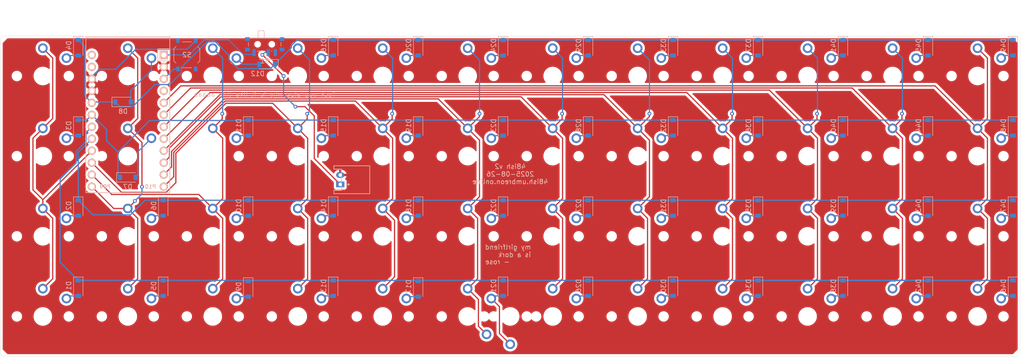
<source format=kicad_pcb>
(kicad_pcb
	(version 20241229)
	(generator "pcbnew")
	(generator_version "9.0")
	(general
		(thickness 1.6)
		(legacy_teardrops no)
	)
	(paper "A3")
	(title_block
		(title "plank")
		(rev "v1.0.0")
		(company "Unknown")
	)
	(layers
		(0 "F.Cu" signal)
		(2 "B.Cu" signal)
		(9 "F.Adhes" user "F.Adhesive")
		(11 "B.Adhes" user "B.Adhesive")
		(13 "F.Paste" user)
		(15 "B.Paste" user)
		(5 "F.SilkS" user "F.Silkscreen")
		(7 "B.SilkS" user "B.Silkscreen")
		(1 "F.Mask" user)
		(3 "B.Mask" user)
		(17 "Dwgs.User" user "User.Drawings")
		(19 "Cmts.User" user "User.Comments")
		(21 "Eco1.User" user "User.Eco1")
		(23 "Eco2.User" user "User.Eco2")
		(25 "Edge.Cuts" user)
		(27 "Margin" user)
		(31 "F.CrtYd" user "F.Courtyard")
		(29 "B.CrtYd" user "B.Courtyard")
		(35 "F.Fab" user)
		(33 "B.Fab" user)
	)
	(setup
		(pad_to_mask_clearance 0)
		(allow_soldermask_bridges_in_footprints no)
		(tenting front back)
		(pcbplotparams
			(layerselection 0x00000000_00000000_55555555_5755f5ff)
			(plot_on_all_layers_selection 0x00000000_00000000_00000000_00000000)
			(disableapertmacros no)
			(usegerberextensions no)
			(usegerberattributes yes)
			(usegerberadvancedattributes yes)
			(creategerberjobfile yes)
			(dashed_line_dash_ratio 12.000000)
			(dashed_line_gap_ratio 3.000000)
			(svgprecision 4)
			(plotframeref no)
			(mode 1)
			(useauxorigin no)
			(hpglpennumber 1)
			(hpglpenspeed 20)
			(hpglpendiameter 15.000000)
			(pdf_front_fp_property_popups yes)
			(pdf_back_fp_property_popups yes)
			(pdf_metadata yes)
			(pdf_single_document no)
			(dxfpolygonmode yes)
			(dxfimperialunits yes)
			(dxfusepcbnewfont yes)
			(psnegative no)
			(psa4output no)
			(plot_black_and_white yes)
			(sketchpadsonfab no)
			(plotpadnumbers no)
			(hidednponfab no)
			(sketchdnponfab yes)
			(crossoutdnponfab yes)
			(subtractmaskfromsilk no)
			(outputformat 1)
			(mirror no)
			(drillshape 0)
			(scaleselection 1)
			(outputdirectory "/home/erin/Downloads/48ish-out")
		)
	)
	(net 0 "")
	(net 1 "one_modrow")
	(net 2 "one")
	(net 3 "one_bottom")
	(net 4 "one_home")
	(net 5 "one_top")
	(net 6 "two_modrow")
	(net 7 "two")
	(net 8 "two_bottom")
	(net 9 "two_home")
	(net 10 "two_top")
	(net 11 "three_modrow")
	(net 12 "three")
	(net 13 "three_bottom")
	(net 14 "three_home")
	(net 15 "three_top")
	(net 16 "four_modrow")
	(net 17 "four")
	(net 18 "four_bottom")
	(net 19 "four_home")
	(net 20 "four_top")
	(net 21 "five_modrow")
	(net 22 "five")
	(net 23 "five_bottom")
	(net 24 "five_home")
	(net 25 "five_top")
	(net 26 "six_modrow")
	(net 27 "six")
	(net 28 "six_bottom")
	(net 29 "six_home")
	(net 30 "six_top")
	(net 31 "seven")
	(net 32 "seven_modrow")
	(net 33 "seven_bottom")
	(net 34 "seven_home")
	(net 35 "seven_top")
	(net 36 "eight_modrow")
	(net 37 "eight")
	(net 38 "eight_bottom")
	(net 39 "eight_home")
	(net 40 "eight_top")
	(net 41 "nine_modrow")
	(net 42 "nine")
	(net 43 "nine_bottom")
	(net 44 "nine_home")
	(net 45 "nine_top")
	(net 46 "ten_modrow")
	(net 47 "ten")
	(net 48 "ten_bottom")
	(net 49 "ten_home")
	(net 50 "ten_top")
	(net 51 "eleven_modrow")
	(net 52 "eleven")
	(net 53 "eleven_bottom")
	(net 54 "eleven_home")
	(net 55 "eleven_top")
	(net 56 "twelve_modrow")
	(net 57 "twelve")
	(net 58 "twelve_bottom")
	(net 59 "twelve_home")
	(net 60 "twelve_top")
	(net 61 "modrow")
	(net 62 "bottom")
	(net 63 "home")
	(net 64 "top")
	(net 65 "RAW")
	(net 66 "GND")
	(net 67 "RST")
	(net 68 "VCC")
	(net 69 "P1")
	(net 70 "P0")
	(net 71 "BAT")
	(footprint "PG1350" (layer "F.Cu") (at 162 -68))
	(footprint "PG1350" (layer "F.Cu") (at 108 -68))
	(footprint "PG1350" (layer "F.Cu") (at 72 -51))
	(footprint "PG1350" (layer "F.Cu") (at 18 -68))
	(footprint "PG1350" (layer "F.Cu") (at 180 -51))
	(footprint "PG1350" (layer "F.Cu") (at 108 -51))
	(footprint "PG1350" (layer "F.Cu") (at 54 -34))
	(footprint "PG1350" (layer "F.Cu") (at 0 -34))
	(footprint "PG1350" (layer "F.Cu") (at 36 -68))
	(footprint "PG1350" (layer "F.Cu") (at 144 -68))
	(footprint "PG1350" (layer "F.Cu") (at 72 -68))
	(footprint "PG1350" (layer "F.Cu") (at 72 -17))
	(footprint "PG1350" (layer "F.Cu") (at 180 -68))
	(footprint "PG1350" (layer "F.Cu") (at 54 -51))
	(footprint "PG1350" (layer "F.Cu") (at 90 -68))
	(footprint "PG1350" (layer "F.Cu") (at 36 -51))
	(footprint "PG1350" (layer "F.Cu") (at 108 -34))
	(footprint "PG1350" (layer "F.Cu") (at 18 -34))
	(footprint "PG1350" (layer "F.Cu") (at 0 -17))
	(footprint "JST_PH_S2B-PH-K_02x2.00mm_Angled" (layer "F.Cu") (at 63 -46 90))
	(footprint "PG1350" (layer "F.Cu") (at 126 -34))
	(footprint "PG1350" (layer "F.Cu") (at 36 -17))
	(footprint "PG1350" (layer "F.Cu") (at 72 -34))
	(footprint "PG1350" (layer "F.Cu") (at 144 -17))
	(footprint "PG1350" (layer "F.Cu") (at 144 -51))
	(footprint "PG1350" (layer "F.Cu") (at 90 -17))
	(footprint "PG1350" (layer "F.Cu") (at 54 -17))
	(footprint "PG1350" (layer "F.Cu") (at 162 -51))
	(footprint "PG1350" (layer "F.Cu") (at 99 -17 180))
	(footprint "PG1350" (layer "F.Cu") (at 198 -68))
	(footprint "PG1350" (layer "F.Cu") (at 126 -51))
	(footprint "PG1350" (layer "F.Cu") (at 180 -34))
	(footprint "PG1350" (layer "F.Cu") (at 126 -68))
	(footprint "PG1350" (layer "F.Cu") (at 90 -34))
	(footprint "PG1350" (layer "F.Cu") (at 162 -34))
	(footprint "PG1350" (layer "F.Cu") (at 90 -51))
	(footprint "PG1350" (layer "F.Cu") (at 144 -34))
	(footprint "PG1350" (layer "F.Cu") (at 54 -68))
	(footprint "PG1350" (layer "F.Cu") (at 198 -17))
	(footprint "PG1350" (layer "F.Cu") (at 180 -17))
	(footprint "PG1350" (layer "F.Cu") (at 162 -17))
	(footprint "PG1350" (layer "F.Cu") (at 18 -17))
	(footprint "PG1350" (layer "F.Cu") (at 126 -17))
	(footprint "PG1350" (layer "F.Cu") (at 18 -51))
	(footprint "PG1350" (layer "F.Cu") (at 0 -68))
	(footprint "PG1350" (layer "F.Cu") (at 36 -34))
	(footprint "PG1350" (layer "F.Cu") (at 198 -51))
	(footprint "PG1350" (layer "F.Cu") (at 108 -17))
	(footprint "PG1350" (layer "F.Cu") (at 198 -34))
	(footprint "PG1350" (layer "F.Cu") (at 0 -51))
	(footprint "Button_Switch_SMD:SW_SPDT_PCM12"
		(layer "B.Cu")
		(uuid "00000000-0000-0000-0000-00005bf2cc3c")
		(at 47 -74.4)
		(descr "Ultraminiature Surface Mount Slide Switch, right-angle, https://www.ckswitches.com/media/1424/pcm.pdf")
		(property "Reference" "S1"
			(at 0 3.2 0)
			(layer "B.SilkS")
			(uuid "ba3ad43d-dec1-442d-b9bf-0a5c22c8813e")
			(effects
				(font
					(size 1 1)
					(thickness 0.15)
				)
				(justify mirror)
			)
		)
		(property "Value" ""
			(at 0 -4.25 0)
			(layer "B.Fab")
			(uuid "55d02865-1639-47e2-960b-5c5d2d9fe983")
			(effects
				(font
					(size 1 1)
					(thickness 0.15)
				)
				(justify mirror)
			)
		)
		(property "Datasheet" ""
			(at 0 0 180)
			(unlocked yes)
			(layer "B.Fab")
			(hide yes)
			(uuid "5bbd18a2-010d-459a-92eb-416fa07392f5")
			(effects
				(font
					(size 1.27 1.27)
					(thickness 0.15)
				)
				(justify mirror)
			)
		)
		(property "Description" ""
			(at 0 0 180)
			(unlocked yes)
			(layer "B.Fab")
			(hide yes)
			(uuid "7204063f-6338-4535-992e-cbc33bee96ca")
			(effects
				(font
					(size 1.27 1.27)
					(thickness 0.15)
				)
				(justify mirror)
			)
		)
		(attr smd)
		(fp_line
			(start -3.45 0.07)
			(end -3.45 -0.72)
			(stroke
				(width 0.12)
				(type solid)
			)
			(layer "B.SilkS")
			(uuid "b0c925a1-755f-44aa-90f6-d61ecb35cb34")
		)
		(fp_line
			(start -2.85 -1.73)
			(end 2.85 -1.73)
			(stroke
				(width 0.12)
				(type solid)
			)
			(layer "B.SilkS")
			(uuid "32ad5941-ac00-4754-b787-a877c737d6d8")
		)
		(fp_line
			(s
... [767618 chars truncated]
</source>
